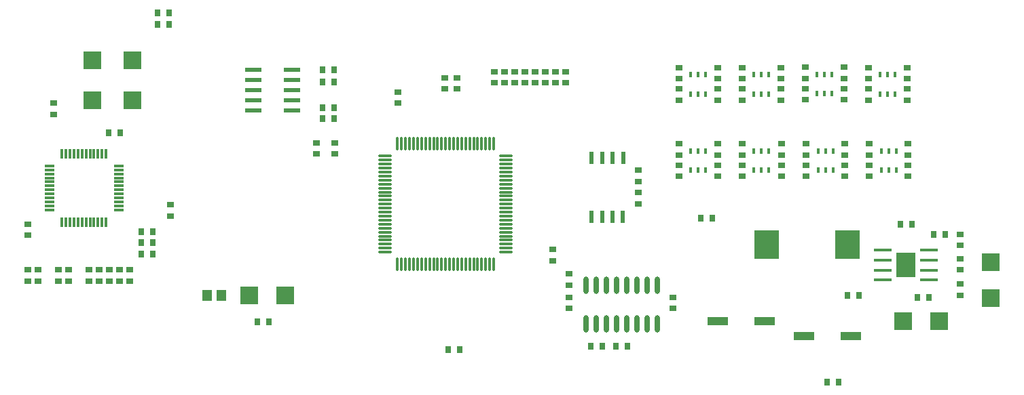
<source format=gtp>
%FSLAX43Y43*%
%MOMM*%
%SFA1B1*%

%IPPOS*%
%ADD10R,0.799998X0.899998*%
%ADD11R,0.899998X0.799998*%
%ADD12R,0.299999X1.199998*%
%ADD13R,1.199998X0.299999*%
%ADD14O,0.299999X1.799996*%
%ADD15O,1.799996X0.299999*%
%ADD16R,0.507999X1.499997*%
%ADD17R,2.199996X2.199996*%
%ADD18R,2.299995X2.299995*%
%ADD19R,1.199998X1.399997*%
%ADD20R,3.047994X3.682993*%
%ADD21R,2.539995X1.015998*%
%ADD22O,0.599999X2.199996*%
%ADD23R,2.031996X0.634999*%
%ADD24R,0.349999X0.799998*%
%ADD25R,2.299995X2.299995*%
%ADD26R,2.199996X0.449999*%
%ADD27R,2.399995X3.099994*%
%LNlp_led_cube_8x8x8-1*%
%LPD*%
G54D10*
X53531Y67055D03*
X52131D03*
Y68452D03*
X53531D03*
X52131Y69849D03*
X53531D03*
X68009Y58546D03*
X66609D03*
X148905Y61594D03*
X150305D03*
X152337Y69468D03*
X150937D03*
X146746Y70738D03*
X148146D03*
X137602Y51053D03*
X139002D03*
X140142Y61848D03*
X141542D03*
X123254Y71500D03*
X121854D03*
X108138Y55498D03*
X109538D03*
X111313D03*
X112713D03*
X90358Y55117D03*
X91758D03*
X76137Y90042D03*
X74737D03*
X76137Y88518D03*
X74737D03*
X76137Y83946D03*
X74737D03*
X76137Y85343D03*
X74737D03*
X48067Y82168D03*
X49467D03*
X55563Y97154D03*
X54163D03*
X55563Y95757D03*
X54163D03*
G54D11*
X37972Y69403D03*
Y70803D03*
X43052Y65088D03*
Y63688D03*
X41782Y65088D03*
Y63688D03*
X39242D03*
Y65088D03*
X37972Y63688D03*
Y65088D03*
X46862D03*
Y63688D03*
X45592Y65088D03*
Y63688D03*
X48132Y65088D03*
Y63688D03*
X41147Y85916D03*
Y84516D03*
X114045Y74740D03*
Y73340D03*
Y77534D03*
Y76134D03*
X154177Y63310D03*
Y61910D03*
Y66485D03*
Y65085D03*
Y69533D03*
Y68133D03*
X105409Y61659D03*
Y60259D03*
X118363D03*
Y61659D03*
X105409Y64580D03*
Y63180D03*
X103377Y67628D03*
Y66228D03*
X84073Y87313D03*
Y85913D03*
X76199Y80963D03*
Y79563D03*
X89915Y87691D03*
Y89091D03*
X91439Y87691D03*
Y89091D03*
X73913Y79563D03*
Y80963D03*
X50672Y63688D03*
Y65088D03*
X49402D03*
Y63688D03*
X55752Y73216D03*
Y71816D03*
X142747Y86294D03*
Y87694D03*
X147573Y86294D03*
Y87694D03*
X142747Y88961D03*
Y90361D03*
X147573Y88961D03*
Y90361D03*
X119125Y76769D03*
Y78169D03*
Y79436D03*
Y80836D03*
X123951Y79436D03*
Y80836D03*
Y76769D03*
Y78169D03*
X134873Y86319D03*
Y87719D03*
X139699Y86319D03*
Y87719D03*
X134873Y88986D03*
Y90386D03*
X139699Y88986D03*
Y90386D03*
X126999Y76769D03*
Y78169D03*
X131952Y76769D03*
Y78169D03*
X126999Y79436D03*
Y80836D03*
X131952Y79436D03*
Y80836D03*
X131825Y86294D03*
Y87694D03*
X126999Y88961D03*
Y90361D03*
X131825Y88961D03*
Y90361D03*
X126999Y86294D03*
Y87694D03*
X119125Y86294D03*
Y87694D03*
X123951Y88961D03*
Y90361D03*
X119125Y88961D03*
Y90361D03*
X123951Y86294D03*
Y87694D03*
X135000Y76769D03*
Y78169D03*
X139826Y76769D03*
Y78169D03*
X135000Y79436D03*
Y80836D03*
X139826Y79436D03*
Y80836D03*
X142874Y79436D03*
Y80836D03*
Y76769D03*
Y78169D03*
X147700Y76769D03*
Y78169D03*
Y79436D03*
Y80836D03*
X97408Y88453D03*
Y89853D03*
X96138Y88453D03*
Y89853D03*
X98678Y88453D03*
Y89853D03*
X99948Y88453D03*
Y89853D03*
X105028Y88453D03*
Y89853D03*
X102488Y88453D03*
Y89853D03*
X101218Y88453D03*
Y89853D03*
X103758Y88453D03*
Y89853D03*
G54D12*
X42207Y79610D03*
X42707D03*
X43207D03*
X43707D03*
X44207D03*
X44707D03*
X45207D03*
X45707D03*
X46207D03*
X46707D03*
X47207D03*
X47707D03*
Y71010D03*
X47207D03*
X46707D03*
X46207D03*
X45707D03*
X45207D03*
X44707D03*
X44207D03*
X43707D03*
X43207D03*
X42707D03*
X42207D03*
G54D13*
X49257Y78060D03*
Y77560D03*
Y77060D03*
Y76560D03*
Y76060D03*
Y75560D03*
Y75060D03*
Y74560D03*
Y74060D03*
Y73560D03*
Y73060D03*
Y72560D03*
X40657D03*
Y73060D03*
Y73560D03*
Y74060D03*
Y74560D03*
Y75060D03*
Y75560D03*
Y76060D03*
Y76560D03*
Y77060D03*
Y77560D03*
Y78060D03*
G54D14*
X84042Y80828D03*
X84542D03*
X85042D03*
X85542D03*
X86042D03*
X86542D03*
X87042D03*
X87542D03*
X88042D03*
X88542D03*
X89042D03*
X89542D03*
X90042D03*
X90542D03*
X91042D03*
X91542D03*
X92042D03*
X92542D03*
X93042D03*
X93542D03*
X94042D03*
X94542D03*
X95042D03*
X95542D03*
X96042D03*
Y65728D03*
X95542D03*
X95042D03*
X94542D03*
X94042D03*
X93542D03*
X93042D03*
X92542D03*
X92042D03*
X91542D03*
X91042D03*
X90542D03*
X90042D03*
X89542D03*
X89042D03*
X88542D03*
X88042D03*
X87542D03*
X87042D03*
X86542D03*
X86042D03*
X85542D03*
X85042D03*
X84542D03*
X84042D03*
G54D15*
X97592Y79278D03*
Y78778D03*
Y78278D03*
Y77778D03*
Y77278D03*
Y76778D03*
Y76278D03*
Y75778D03*
Y75278D03*
Y74778D03*
Y74278D03*
Y73778D03*
Y73278D03*
Y72778D03*
Y72278D03*
Y71778D03*
Y71278D03*
Y70778D03*
Y70278D03*
Y69778D03*
Y69278D03*
Y68778D03*
Y68278D03*
Y67778D03*
Y67278D03*
X82492D03*
Y67778D03*
Y68278D03*
Y68778D03*
Y69278D03*
Y69778D03*
Y70278D03*
Y70778D03*
Y71278D03*
Y71778D03*
Y72278D03*
Y72778D03*
Y73278D03*
Y73778D03*
Y74278D03*
Y74778D03*
Y75278D03*
Y75778D03*
Y76278D03*
Y76778D03*
Y77278D03*
Y77778D03*
Y78278D03*
Y78778D03*
Y79278D03*
G54D16*
X108260Y79087D03*
X109560D03*
X110810D03*
X112210D03*
X112160Y71737D03*
X110860D03*
X109560D03*
X108260D03*
G54D17*
X51013Y86272D03*
Y91272D03*
X46013Y86272D03*
Y91272D03*
G54D18*
X65567Y61848D03*
X70067D03*
X151601Y58673D03*
X147101D03*
G54D19*
X60313Y61848D03*
X62113D03*
G54D20*
X130110Y68198D03*
X140144D03*
G54D21*
X123951Y58673D03*
X129793D03*
X134746Y56768D03*
X140588D03*
G54D22*
X107568Y58305D03*
X108838D03*
X110108D03*
X111378D03*
X112648D03*
X113918D03*
X115188D03*
X116458D03*
X107568Y63105D03*
X108838D03*
X110108D03*
X111378D03*
X112648D03*
X113918D03*
X115188D03*
X116458D03*
G54D23*
X66039Y90042D03*
Y88772D03*
Y87502D03*
Y86232D03*
Y84962D03*
X70865D03*
Y86232D03*
Y87502D03*
Y88772D03*
Y90042D03*
G54D24*
X146100Y87045D03*
X145160Y89458D03*
X146100D03*
X145160Y87045D03*
X144220Y89458D03*
Y87045D03*
X122478Y77520D03*
X121538Y79933D03*
X122478D03*
X121538Y77520D03*
X120598Y79933D03*
Y77520D03*
X138226Y87070D03*
X137286Y89483D03*
X138226D03*
X137286Y87070D03*
X136346Y89483D03*
Y87070D03*
X130352Y77520D03*
X129412Y79933D03*
X130352D03*
X129412Y77520D03*
X128472Y79933D03*
Y77520D03*
X130352Y87045D03*
X129412Y89458D03*
X130352D03*
X129412Y87045D03*
X128472Y89458D03*
Y87045D03*
X122478D03*
X121538Y89458D03*
X122478D03*
X121538Y87045D03*
X120598Y89458D03*
Y87045D03*
X138353Y77520D03*
X137413Y79933D03*
X138353D03*
X137413Y77520D03*
X136473Y79933D03*
Y77520D03*
X146227D03*
X145287Y79933D03*
X146227D03*
X145287Y77520D03*
X144347Y79933D03*
Y77520D03*
G54D25*
X157987Y61503D03*
Y66003D03*
G54D26*
X150321Y63783D03*
Y66283D03*
Y67533D03*
Y65033D03*
X144571D03*
Y67533D03*
Y66283D03*
Y63783D03*
G54D27*
X147446Y65658D03*
M02*
</source>
